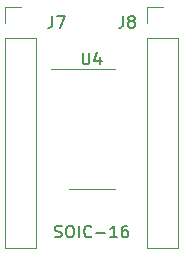
<source format=gto>
G04 #@! TF.GenerationSoftware,KiCad,Pcbnew,(5.1.5)-3*
G04 #@! TF.CreationDate,2020-08-07T02:09:01-04:00*
G04 #@! TF.ProjectId,SOIC-16,534f4943-2d31-4362-9e6b-696361645f70,rev?*
G04 #@! TF.SameCoordinates,Original*
G04 #@! TF.FileFunction,Legend,Top*
G04 #@! TF.FilePolarity,Positive*
%FSLAX46Y46*%
G04 Gerber Fmt 4.6, Leading zero omitted, Abs format (unit mm)*
G04 Created by KiCad (PCBNEW (5.1.5)-3) date 2020-08-07 02:09:01*
%MOMM*%
%LPD*%
G04 APERTURE LIST*
%ADD10C,0.150000*%
%ADD11C,0.120000*%
G04 APERTURE END LIST*
D10*
X122180952Y-91854761D02*
X122323809Y-91902380D01*
X122561904Y-91902380D01*
X122657142Y-91854761D01*
X122704761Y-91807142D01*
X122752380Y-91711904D01*
X122752380Y-91616666D01*
X122704761Y-91521428D01*
X122657142Y-91473809D01*
X122561904Y-91426190D01*
X122371428Y-91378571D01*
X122276190Y-91330952D01*
X122228571Y-91283333D01*
X122180952Y-91188095D01*
X122180952Y-91092857D01*
X122228571Y-90997619D01*
X122276190Y-90950000D01*
X122371428Y-90902380D01*
X122609523Y-90902380D01*
X122752380Y-90950000D01*
X123371428Y-90902380D02*
X123561904Y-90902380D01*
X123657142Y-90950000D01*
X123752380Y-91045238D01*
X123800000Y-91235714D01*
X123800000Y-91569047D01*
X123752380Y-91759523D01*
X123657142Y-91854761D01*
X123561904Y-91902380D01*
X123371428Y-91902380D01*
X123276190Y-91854761D01*
X123180952Y-91759523D01*
X123133333Y-91569047D01*
X123133333Y-91235714D01*
X123180952Y-91045238D01*
X123276190Y-90950000D01*
X123371428Y-90902380D01*
X124228571Y-91902380D02*
X124228571Y-90902380D01*
X125276190Y-91807142D02*
X125228571Y-91854761D01*
X125085714Y-91902380D01*
X124990476Y-91902380D01*
X124847619Y-91854761D01*
X124752380Y-91759523D01*
X124704761Y-91664285D01*
X124657142Y-91473809D01*
X124657142Y-91330952D01*
X124704761Y-91140476D01*
X124752380Y-91045238D01*
X124847619Y-90950000D01*
X124990476Y-90902380D01*
X125085714Y-90902380D01*
X125228571Y-90950000D01*
X125276190Y-90997619D01*
X125704761Y-91521428D02*
X126466666Y-91521428D01*
X127466666Y-91902380D02*
X126895238Y-91902380D01*
X127180952Y-91902380D02*
X127180952Y-90902380D01*
X127085714Y-91045238D01*
X126990476Y-91140476D01*
X126895238Y-91188095D01*
X128323809Y-90902380D02*
X128133333Y-90902380D01*
X128038095Y-90950000D01*
X127990476Y-90997619D01*
X127895238Y-91140476D01*
X127847619Y-91330952D01*
X127847619Y-91711904D01*
X127895238Y-91807142D01*
X127942857Y-91854761D01*
X128038095Y-91902380D01*
X128228571Y-91902380D01*
X128323809Y-91854761D01*
X128371428Y-91807142D01*
X128419047Y-91711904D01*
X128419047Y-91473809D01*
X128371428Y-91378571D01*
X128323809Y-91330952D01*
X128228571Y-91283333D01*
X128038095Y-91283333D01*
X127942857Y-91330952D01*
X127895238Y-91378571D01*
X127847619Y-91473809D01*
D11*
X129970000Y-72370000D02*
X131300000Y-72370000D01*
X129970000Y-73700000D02*
X129970000Y-72370000D01*
X129970000Y-74970000D02*
X132630000Y-74970000D01*
X132630000Y-74970000D02*
X132630000Y-92810000D01*
X129970000Y-74970000D02*
X129970000Y-92810000D01*
X129970000Y-92810000D02*
X132630000Y-92810000D01*
X117970000Y-72370000D02*
X119300000Y-72370000D01*
X117970000Y-73700000D02*
X117970000Y-72370000D01*
X117970000Y-74970000D02*
X120630000Y-74970000D01*
X120630000Y-74970000D02*
X120630000Y-92810000D01*
X117970000Y-74970000D02*
X117970000Y-92810000D01*
X117970000Y-92810000D02*
X120630000Y-92810000D01*
X125300000Y-77640000D02*
X121850000Y-77640000D01*
X125300000Y-77640000D02*
X127250000Y-77640000D01*
X125300000Y-87760000D02*
X123350000Y-87760000D01*
X125300000Y-87760000D02*
X127250000Y-87760000D01*
D10*
X127966666Y-73152380D02*
X127966666Y-73866666D01*
X127919047Y-74009523D01*
X127823809Y-74104761D01*
X127680952Y-74152380D01*
X127585714Y-74152380D01*
X128585714Y-73580952D02*
X128490476Y-73533333D01*
X128442857Y-73485714D01*
X128395238Y-73390476D01*
X128395238Y-73342857D01*
X128442857Y-73247619D01*
X128490476Y-73200000D01*
X128585714Y-73152380D01*
X128776190Y-73152380D01*
X128871428Y-73200000D01*
X128919047Y-73247619D01*
X128966666Y-73342857D01*
X128966666Y-73390476D01*
X128919047Y-73485714D01*
X128871428Y-73533333D01*
X128776190Y-73580952D01*
X128585714Y-73580952D01*
X128490476Y-73628571D01*
X128442857Y-73676190D01*
X128395238Y-73771428D01*
X128395238Y-73961904D01*
X128442857Y-74057142D01*
X128490476Y-74104761D01*
X128585714Y-74152380D01*
X128776190Y-74152380D01*
X128871428Y-74104761D01*
X128919047Y-74057142D01*
X128966666Y-73961904D01*
X128966666Y-73771428D01*
X128919047Y-73676190D01*
X128871428Y-73628571D01*
X128776190Y-73580952D01*
X121966666Y-73152380D02*
X121966666Y-73866666D01*
X121919047Y-74009523D01*
X121823809Y-74104761D01*
X121680952Y-74152380D01*
X121585714Y-74152380D01*
X122347619Y-73152380D02*
X123014285Y-73152380D01*
X122585714Y-74152380D01*
X124538095Y-76252380D02*
X124538095Y-77061904D01*
X124585714Y-77157142D01*
X124633333Y-77204761D01*
X124728571Y-77252380D01*
X124919047Y-77252380D01*
X125014285Y-77204761D01*
X125061904Y-77157142D01*
X125109523Y-77061904D01*
X125109523Y-76252380D01*
X126014285Y-76585714D02*
X126014285Y-77252380D01*
X125776190Y-76204761D02*
X125538095Y-76919047D01*
X126157142Y-76919047D01*
M02*

</source>
